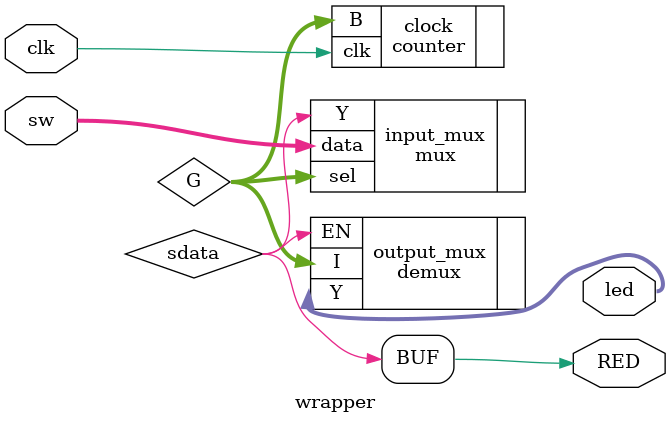
<source format=v>
`timescale 1ns / 1ps


module wrapper(

input [7:0]sw,
input clk,
output [7:0]led,
output RED

    );
    
    wire sdata;
    wire [2:0]G;
    
    mux input_mux(
    
    .data(sw),
    .sel(G),
    .Y(sdata)
    
    );
    
    demux output_mux(
    
   .I(G),
   .EN(sdata),
   .Y(led)
    
    );
    
    counter clock(
    
    .clk(clk),
    .B(G)
    
    );
    
    assign sdata = RED;
    
endmodule

</source>
